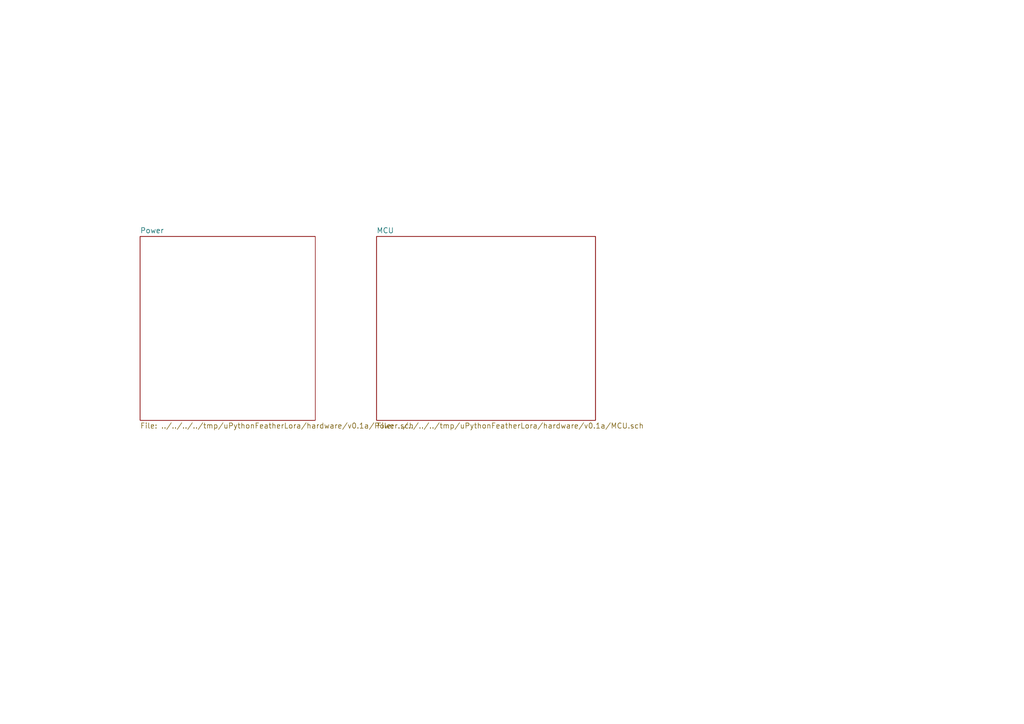
<source format=kicad_sch>
(kicad_sch (version 20230121) (generator eeschema)
  (paper "A4")
  (title_block (title "uPythonFeatherLora") (date "2018-12-30") (rev "v0.1a") (company "Gregory S Davill") (comment 3 "Featuring a LoRa tranciever") (comment 4 "Feather form factor uPython compatible"))
  (lib_symbols)
  (sheet (at 109.22 68.58) (size 63.5 53.34)
    (property "Sheetname" "MCU" (at 109.22 67.7414 0) (effects (font (size 1.524 1.524)) (justify left bottom)))
    (property "Sheetfile" "../../../../tmp/uPythonFeatherLora/hardware/v0.1a/MCU.sch" (at 109.22 122.6062 0) (effects (font (size 1.524 1.524)) (justify left top)))
  )
  (sheet (at 40.64 68.58) (size 50.8 53.34)
    (property "Sheetname" "Power" (at 40.64 67.7414 0) (effects (font (size 1.524 1.524)) (justify left bottom)))
    (property "Sheetfile" "../../../../tmp/uPythonFeatherLora/hardware/v0.1a/Power.sch" (at 40.64 122.6062 0) (effects (font (size 1.524 1.524)) (justify left top)))
  )
)
</source>
